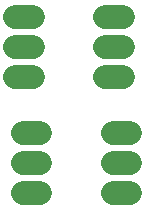
<source format=gbr>
G04 start of page 12 for group -4014 idx -4014 *
G04 Title: 4FF-FFC, bottompaste *
G04 Creator: pcb 20140316 *
G04 CreationDate: Sa 30 Aug 2014 12:40:55 GMT UTC *
G04 For: kevredon *
G04 Format: Gerber/RS-274X *
G04 PCB-Dimensions (mm): 152.40 127.00 *
G04 PCB-Coordinate-Origin: lower left *
%MOMM*%
%FSLAX43Y43*%
%LNBOTTOMPASTE*%
%ADD35C,2.000*%
G54D35*X3130Y118250D02*X4630D01*
X3130Y120790D02*X4630D01*
X3130Y123330D02*X4630D01*
X10750Y118250D02*X12250D01*
X10750Y120790D02*X12250D01*
X10750Y123330D02*X12250D01*
X11370Y113500D02*X12870D01*
X11370Y110960D02*X12870D01*
X11370Y108420D02*X12870D01*
X3750Y113500D02*X5250D01*
X3750Y110960D02*X5250D01*
X3750Y108420D02*X5250D01*
M02*

</source>
